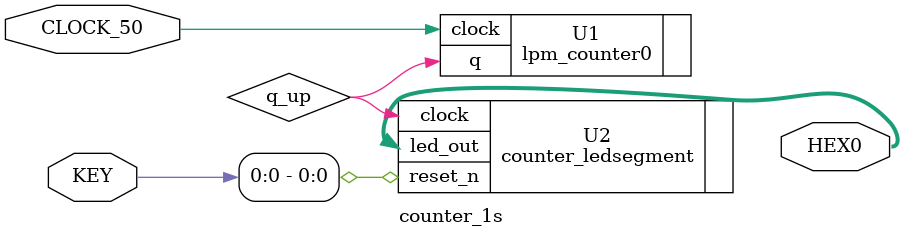
<source format=v>

module counter_1s(input CLOCK_50, input [3:0] KEY,output [6:0] HEX0);
	wire q_up;
	lpm_counter0 U1(.clock(CLOCK_50),.q(q_up)); //PIN_N2 on board 50Mhz Clock 
															 //bo counter modulus 50M -> 1Hz -> 1s delay
	counter_ledsegment U2 (.clock(q_up),.reset_n(KEY[0]),.led_out(HEX0));

endmodule
</source>
